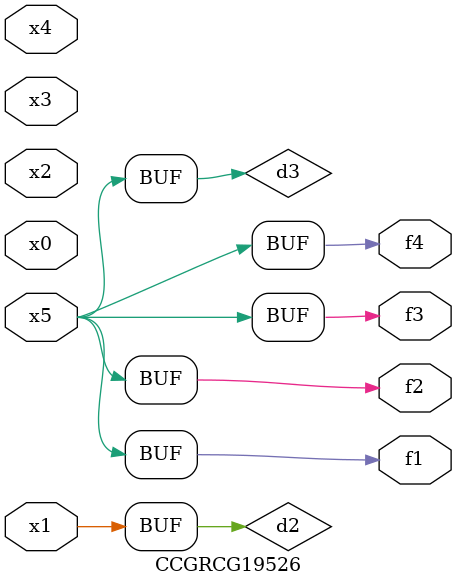
<source format=v>
module CCGRCG19526(
	input x0, x1, x2, x3, x4, x5,
	output f1, f2, f3, f4
);

	wire d1, d2, d3;

	not (d1, x5);
	or (d2, x1);
	xnor (d3, d1);
	assign f1 = d3;
	assign f2 = d3;
	assign f3 = d3;
	assign f4 = d3;
endmodule

</source>
